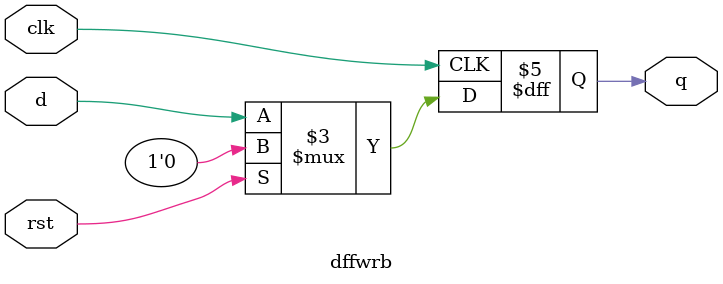
<source format=v>

module dffwrb(q, d, clk, rst);
    input d, clk, rst;
    output reg q;
    always @(negedge clk) begin
        if (rst) q = 1'b0;
        else q <= d;
    end
endmodule
</source>
